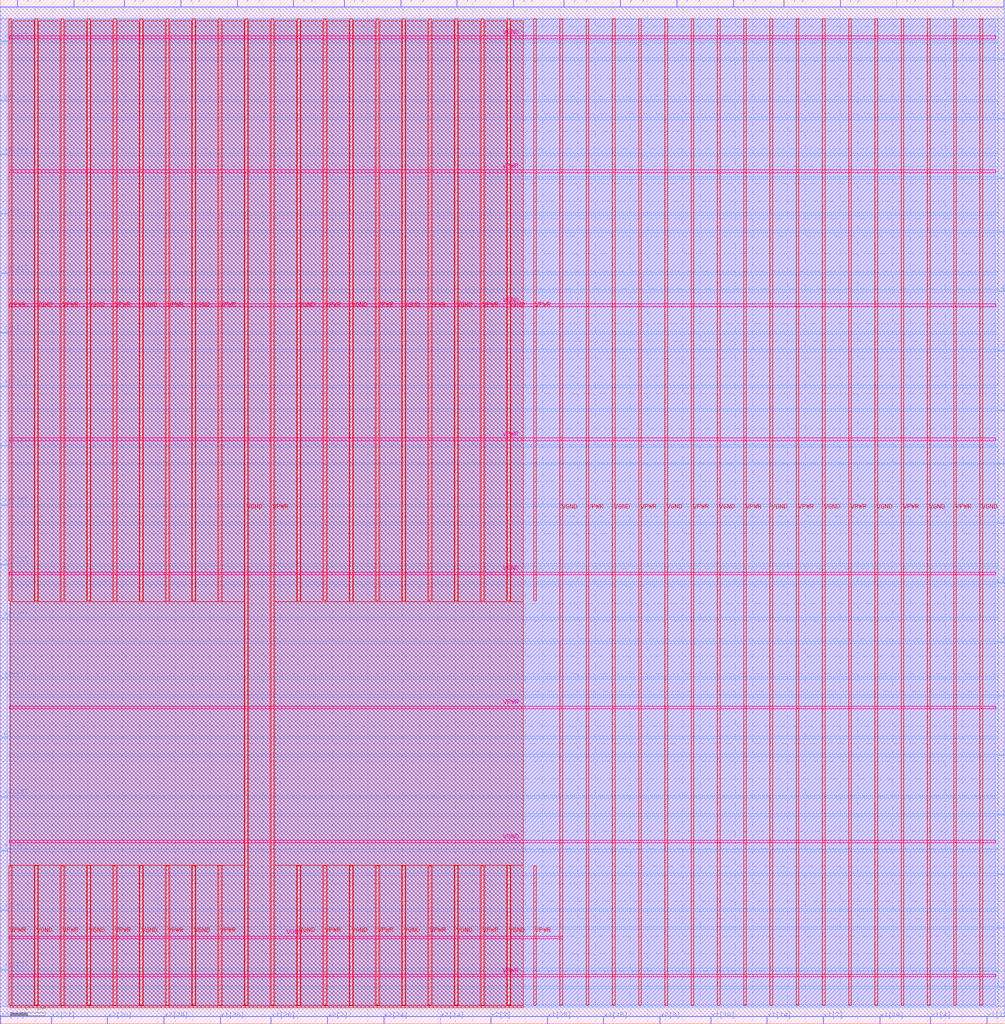
<source format=lef>
VERSION 5.7 ;
  NOWIREEXTENSIONATPIN ON ;
  DIVIDERCHAR "/" ;
  BUSBITCHARS "[]" ;
MACRO manual_macro_placement_test
  CLASS BLOCK ;
  FOREIGN manual_macro_placement_test ;
  ORIGIN 0.000 0.000 ;
  SIZE 574.200 BY 584.920 ;
  PIN VGND
    DIRECTION INOUT ;
    USE GROUND ;
    PORT
      LAYER met4 ;
        RECT 19.720 10.640 21.320 90.230 ;
    END
    PORT
      LAYER met4 ;
        RECT 19.720 241.630 21.320 574.160 ;
    END
    PORT
      LAYER met4 ;
        RECT 49.720 10.640 51.320 90.230 ;
    END
    PORT
      LAYER met4 ;
        RECT 49.720 241.630 51.320 574.160 ;
    END
    PORT
      LAYER met4 ;
        RECT 79.720 10.640 81.320 90.230 ;
    END
    PORT
      LAYER met4 ;
        RECT 79.720 241.630 81.320 574.160 ;
    END
    PORT
      LAYER met4 ;
        RECT 109.720 10.640 111.320 90.230 ;
    END
    PORT
      LAYER met4 ;
        RECT 109.720 241.630 111.320 574.160 ;
    END
    PORT
      LAYER met4 ;
        RECT 139.720 10.640 141.320 574.160 ;
    END
    PORT
      LAYER met4 ;
        RECT 169.720 10.640 171.320 90.230 ;
    END
    PORT
      LAYER met4 ;
        RECT 169.720 241.630 171.320 574.160 ;
    END
    PORT
      LAYER met4 ;
        RECT 199.720 10.640 201.320 90.230 ;
    END
    PORT
      LAYER met4 ;
        RECT 199.720 241.630 201.320 574.160 ;
    END
    PORT
      LAYER met4 ;
        RECT 229.720 10.640 231.320 90.230 ;
    END
    PORT
      LAYER met4 ;
        RECT 229.720 241.630 231.320 574.160 ;
    END
    PORT
      LAYER met4 ;
        RECT 259.720 10.640 261.320 90.230 ;
    END
    PORT
      LAYER met4 ;
        RECT 259.720 241.630 261.320 574.160 ;
    END
    PORT
      LAYER met4 ;
        RECT 289.720 10.640 291.320 90.230 ;
    END
    PORT
      LAYER met4 ;
        RECT 289.720 241.630 291.320 574.160 ;
    END
    PORT
      LAYER met4 ;
        RECT 319.720 10.640 321.320 574.160 ;
    END
    PORT
      LAYER met4 ;
        RECT 349.720 10.640 351.320 574.160 ;
    END
    PORT
      LAYER met4 ;
        RECT 379.720 10.640 381.320 574.160 ;
    END
    PORT
      LAYER met4 ;
        RECT 409.720 10.640 411.320 574.160 ;
    END
    PORT
      LAYER met4 ;
        RECT 439.720 10.640 441.320 574.160 ;
    END
    PORT
      LAYER met4 ;
        RECT 469.720 10.640 471.320 574.160 ;
    END
    PORT
      LAYER met4 ;
        RECT 499.720 10.640 501.320 574.160 ;
    END
    PORT
      LAYER met4 ;
        RECT 529.720 10.640 531.320 574.160 ;
    END
    PORT
      LAYER met4 ;
        RECT 559.720 10.640 561.320 574.160 ;
    END
    PORT
      LAYER met5 ;
        RECT 5.280 103.320 568.800 104.920 ;
    END
    PORT
      LAYER met5 ;
        RECT 5.280 256.500 568.800 258.100 ;
    END
    PORT
      LAYER met5 ;
        RECT 5.280 409.680 568.800 411.280 ;
    END
    PORT
      LAYER met5 ;
        RECT 5.280 562.860 568.800 564.460 ;
    END
    PORT
      LAYER met5 ;
        RECT 5.280 48.500 321.320 50.100 ;
    END
  END VGND
  PIN VPWR
    DIRECTION INOUT ;
    USE POWER ;
    PORT
      LAYER met4 ;
        RECT 4.720 10.640 6.320 90.230 ;
    END
    PORT
      LAYER met4 ;
        RECT 4.720 241.630 6.320 574.160 ;
    END
    PORT
      LAYER met4 ;
        RECT 34.720 10.640 36.320 90.230 ;
    END
    PORT
      LAYER met4 ;
        RECT 34.720 241.630 36.320 574.160 ;
    END
    PORT
      LAYER met4 ;
        RECT 64.720 10.640 66.320 90.230 ;
    END
    PORT
      LAYER met4 ;
        RECT 64.720 241.630 66.320 574.160 ;
    END
    PORT
      LAYER met4 ;
        RECT 94.720 10.640 96.320 90.230 ;
    END
    PORT
      LAYER met4 ;
        RECT 94.720 241.630 96.320 574.160 ;
    END
    PORT
      LAYER met4 ;
        RECT 124.720 10.640 126.320 90.230 ;
    END
    PORT
      LAYER met4 ;
        RECT 124.720 241.630 126.320 574.160 ;
    END
    PORT
      LAYER met4 ;
        RECT 154.720 10.640 156.320 574.160 ;
    END
    PORT
      LAYER met4 ;
        RECT 184.720 10.640 186.320 90.230 ;
    END
    PORT
      LAYER met4 ;
        RECT 184.720 241.630 186.320 574.160 ;
    END
    PORT
      LAYER met4 ;
        RECT 214.720 10.640 216.320 90.230 ;
    END
    PORT
      LAYER met4 ;
        RECT 214.720 241.630 216.320 574.160 ;
    END
    PORT
      LAYER met4 ;
        RECT 244.720 10.640 246.320 90.230 ;
    END
    PORT
      LAYER met4 ;
        RECT 244.720 241.630 246.320 574.160 ;
    END
    PORT
      LAYER met4 ;
        RECT 274.720 10.640 276.320 90.230 ;
    END
    PORT
      LAYER met4 ;
        RECT 274.720 241.630 276.320 574.160 ;
    END
    PORT
      LAYER met4 ;
        RECT 304.720 10.640 306.320 90.230 ;
    END
    PORT
      LAYER met4 ;
        RECT 304.720 241.630 306.320 574.160 ;
    END
    PORT
      LAYER met4 ;
        RECT 334.720 10.640 336.320 574.160 ;
    END
    PORT
      LAYER met4 ;
        RECT 364.720 10.640 366.320 574.160 ;
    END
    PORT
      LAYER met4 ;
        RECT 394.720 10.640 396.320 574.160 ;
    END
    PORT
      LAYER met4 ;
        RECT 424.720 10.640 426.320 574.160 ;
    END
    PORT
      LAYER met4 ;
        RECT 454.720 10.640 456.320 574.160 ;
    END
    PORT
      LAYER met4 ;
        RECT 484.720 10.640 486.320 574.160 ;
    END
    PORT
      LAYER met4 ;
        RECT 514.720 10.640 516.320 574.160 ;
    END
    PORT
      LAYER met4 ;
        RECT 544.720 10.640 546.320 574.160 ;
    END
    PORT
      LAYER met5 ;
        RECT 4.720 26.730 568.800 28.330 ;
    END
    PORT
      LAYER met5 ;
        RECT 4.720 333.090 568.800 334.690 ;
    END
    PORT
      LAYER met5 ;
        RECT 4.720 486.270 568.800 487.870 ;
    END
    PORT
      LAYER met5 ;
        RECT 5.280 179.910 568.800 181.510 ;
    END
  END VPWR
  PIN clk1
    DIRECTION INPUT ;
    USE SIGNAL ;
    PORT
      LAYER met3 ;
        RECT 0.000 394.440 4.000 395.040 ;
    END
  END clk1
  PIN clk2
    DIRECTION INPUT ;
    USE SIGNAL ;
    PORT
      LAYER met3 ;
        RECT 570.200 119.040 574.200 119.640 ;
    END
  END clk2
  PIN p1
    DIRECTION OUTPUT TRISTATE ;
    USE SIGNAL ;
    PORT
      LAYER met3 ;
        RECT 0.000 163.240 4.000 163.840 ;
    END
  END p1
  PIN p2
    DIRECTION OUTPUT TRISTATE ;
    USE SIGNAL ;
    PORT
      LAYER met3 ;
        RECT 570.200 418.240 574.200 418.840 ;
    END
  END p2
  PIN rst1
    DIRECTION INPUT ;
    USE SIGNAL ;
    PORT
      LAYER met3 ;
        RECT 0.000 462.440 4.000 463.040 ;
    END
  END rst1
  PIN rst2
    DIRECTION INPUT ;
    USE SIGNAL ;
    PORT
      LAYER met3 ;
        RECT 570.200 187.040 574.200 187.640 ;
    END
  END rst2
  PIN x1[0]
    DIRECTION INPUT ;
    USE SIGNAL ;
    PORT
      LAYER met2 ;
        RECT 41.950 580.920 42.230 584.920 ;
    END
  END x1[0]
  PIN x1[10]
    DIRECTION INPUT ;
    USE SIGNAL ;
    PORT
      LAYER met2 ;
        RECT 405.810 0.000 406.090 4.000 ;
    END
  END x1[10]
  PIN x1[11]
    DIRECTION INPUT ;
    USE SIGNAL ;
    PORT
      LAYER met3 ;
        RECT 570.200 350.240 574.200 350.840 ;
    END
  END x1[11]
  PIN x1[12]
    DIRECTION INPUT ;
    USE SIGNAL ;
    PORT
      LAYER met3 ;
        RECT 0.000 329.840 4.000 330.440 ;
    END
  END x1[12]
  PIN x1[13]
    DIRECTION INPUT ;
    USE SIGNAL ;
    PORT
      LAYER met3 ;
        RECT 570.200 54.440 574.200 55.040 ;
    END
  END x1[13]
  PIN x1[14]
    DIRECTION INPUT ;
    USE SIGNAL ;
    PORT
      LAYER met2 ;
        RECT 438.010 0.000 438.290 4.000 ;
    END
  END x1[14]
  PIN x1[15]
    DIRECTION INPUT ;
    USE SIGNAL ;
    PORT
      LAYER met2 ;
        RECT 344.630 0.000 344.910 4.000 ;
    END
  END x1[15]
  PIN x1[16]
    DIRECTION INPUT ;
    USE SIGNAL ;
    PORT
      LAYER met3 ;
        RECT 0.000 98.640 4.000 99.240 ;
    END
  END x1[16]
  PIN x1[17]
    DIRECTION INPUT ;
    USE SIGNAL ;
    PORT
      LAYER met2 ;
        RECT 563.590 0.000 563.870 4.000 ;
    END
  END x1[17]
  PIN x1[18]
    DIRECTION INPUT ;
    USE SIGNAL ;
    PORT
      LAYER met3 ;
        RECT 570.200 85.040 574.200 85.640 ;
    END
  END x1[18]
  PIN x1[19]
    DIRECTION INPUT ;
    USE SIGNAL ;
    PORT
      LAYER met2 ;
        RECT 502.410 0.000 502.690 4.000 ;
    END
  END x1[19]
  PIN x1[1]
    DIRECTION INPUT ;
    USE SIGNAL ;
    PORT
      LAYER met2 ;
        RECT 447.670 580.920 447.950 584.920 ;
    END
  END x1[1]
  PIN x1[20]
    DIRECTION INPUT ;
    USE SIGNAL ;
    PORT
      LAYER met2 ;
        RECT 418.690 580.920 418.970 584.920 ;
    END
  END x1[20]
  PIN x1[21]
    DIRECTION INPUT ;
    USE SIGNAL ;
    PORT
      LAYER met3 ;
        RECT 0.000 428.440 4.000 429.040 ;
    END
  END x1[21]
  PIN x1[22]
    DIRECTION INPUT ;
    USE SIGNAL ;
    PORT
      LAYER met3 ;
        RECT 570.200 384.240 574.200 384.840 ;
    END
  END x1[22]
  PIN x1[23]
    DIRECTION INPUT ;
    USE SIGNAL ;
    PORT
      LAYER met3 ;
        RECT 570.200 452.240 574.200 452.840 ;
    END
  END x1[23]
  PIN x1[24]
    DIRECTION INPUT ;
    USE SIGNAL ;
    PORT
      LAYER met3 ;
        RECT 0.000 496.440 4.000 497.040 ;
    END
  END x1[24]
  PIN x1[25]
    DIRECTION INPUT ;
    USE SIGNAL ;
    PORT
      LAYER met2 ;
        RECT 312.430 0.000 312.710 4.000 ;
    END
  END x1[25]
  PIN x1[26]
    DIRECTION INPUT ;
    USE SIGNAL ;
    PORT
      LAYER met2 ;
        RECT 154.650 0.000 154.930 4.000 ;
    END
  END x1[26]
  PIN x1[27]
    DIRECTION INPUT ;
    USE SIGNAL ;
    PORT
      LAYER met3 ;
        RECT 0.000 561.040 4.000 561.640 ;
    END
  END x1[27]
  PIN x1[28]
    DIRECTION INPUT ;
    USE SIGNAL ;
    PORT
      LAYER met3 ;
        RECT 0.000 30.640 4.000 31.240 ;
    END
  END x1[28]
  PIN x1[29]
    DIRECTION INPUT ;
    USE SIGNAL ;
    PORT
      LAYER met2 ;
        RECT 354.290 580.920 354.570 584.920 ;
    END
  END x1[29]
  PIN x1[2]
    DIRECTION INPUT ;
    USE SIGNAL ;
    PORT
      LAYER met2 ;
        RECT 103.130 580.920 103.410 584.920 ;
    END
  END x1[2]
  PIN x1[30]
    DIRECTION INPUT ;
    USE SIGNAL ;
    PORT
      LAYER met2 ;
        RECT 125.670 0.000 125.950 4.000 ;
    END
  END x1[30]
  PIN x1[31]
    DIRECTION INPUT ;
    USE SIGNAL ;
    PORT
      LAYER met2 ;
        RECT 228.710 580.920 228.990 584.920 ;
    END
  END x1[31]
  PIN x1[3]
    DIRECTION INPUT ;
    USE SIGNAL ;
    PORT
      LAYER met2 ;
        RECT 544.270 580.920 544.550 584.920 ;
    END
  END x1[3]
  PIN x1[4]
    DIRECTION INPUT ;
    USE SIGNAL ;
    PORT
      LAYER met2 ;
        RECT 531.390 0.000 531.670 4.000 ;
    END
  END x1[4]
  PIN x1[5]
    DIRECTION INPUT ;
    USE SIGNAL ;
    PORT
      LAYER met2 ;
        RECT 293.110 580.920 293.390 584.920 ;
    END
  END x1[5]
  PIN x1[6]
    DIRECTION INPUT ;
    USE SIGNAL ;
    PORT
      LAYER met2 ;
        RECT 573.250 580.920 573.530 584.920 ;
    END
  END x1[6]
  PIN x1[7]
    DIRECTION INPUT ;
    USE SIGNAL ;
    PORT
      LAYER met2 ;
        RECT 470.210 0.000 470.490 4.000 ;
    END
  END x1[7]
  PIN x1[8]
    DIRECTION INPUT ;
    USE SIGNAL ;
    PORT
      LAYER met2 ;
        RECT 260.910 580.920 261.190 584.920 ;
    END
  END x1[8]
  PIN x1[9]
    DIRECTION INPUT ;
    USE SIGNAL ;
    PORT
      LAYER met3 ;
        RECT 0.000 64.640 4.000 65.240 ;
    END
  END x1[9]
  PIN x2[0]
    DIRECTION INPUT ;
    USE SIGNAL ;
    PORT
      LAYER met3 ;
        RECT 570.200 153.040 574.200 153.640 ;
    END
  END x2[0]
  PIN x2[10]
    DIRECTION INPUT ;
    USE SIGNAL ;
    PORT
      LAYER met3 ;
        RECT 0.000 129.240 4.000 129.840 ;
    END
  END x2[10]
  PIN x2[11]
    DIRECTION INPUT ;
    USE SIGNAL ;
    PORT
      LAYER met3 ;
        RECT 570.200 217.640 574.200 218.240 ;
    END
  END x2[11]
  PIN x2[12]
    DIRECTION INPUT ;
    USE SIGNAL ;
    PORT
      LAYER met2 ;
        RECT 9.750 580.920 10.030 584.920 ;
    END
  END x2[12]
  PIN x2[13]
    DIRECTION INPUT ;
    USE SIGNAL ;
    PORT
      LAYER met2 ;
        RECT 386.490 580.920 386.770 584.920 ;
    END
  END x2[13]
  PIN x2[14]
    DIRECTION INPUT ;
    USE SIGNAL ;
    PORT
      LAYER met2 ;
        RECT 251.250 0.000 251.530 4.000 ;
    END
  END x2[14]
  PIN x2[15]
    DIRECTION INPUT ;
    USE SIGNAL ;
    PORT
      LAYER met2 ;
        RECT 0.090 0.000 0.370 4.000 ;
    END
  END x2[15]
  PIN x2[16]
    DIRECTION INPUT ;
    USE SIGNAL ;
    PORT
      LAYER met3 ;
        RECT 0.000 363.840 4.000 364.440 ;
    END
  END x2[16]
  PIN x2[17]
    DIRECTION INPUT ;
    USE SIGNAL ;
    PORT
      LAYER met2 ;
        RECT 322.090 580.920 322.370 584.920 ;
    END
  END x2[17]
  PIN x2[18]
    DIRECTION INPUT ;
    USE SIGNAL ;
    PORT
      LAYER met3 ;
        RECT 0.000 231.240 4.000 231.840 ;
    END
  END x2[18]
  PIN x2[19]
    DIRECTION INPUT ;
    USE SIGNAL ;
    PORT
      LAYER met3 ;
        RECT 570.200 550.840 574.200 551.440 ;
    END
  END x2[19]
  PIN x2[1]
    DIRECTION INPUT ;
    USE SIGNAL ;
    PORT
      LAYER met2 ;
        RECT 196.510 580.920 196.790 584.920 ;
    END
  END x2[1]
  PIN x2[20]
    DIRECTION INPUT ;
    USE SIGNAL ;
    PORT
      LAYER met2 ;
        RECT 61.270 0.000 61.550 4.000 ;
    END
  END x2[20]
  PIN x2[21]
    DIRECTION INPUT ;
    USE SIGNAL ;
    PORT
      LAYER met2 ;
        RECT 29.070 0.000 29.350 4.000 ;
    END
  END x2[21]
  PIN x2[22]
    DIRECTION INPUT ;
    USE SIGNAL ;
    PORT
      LAYER met3 ;
        RECT 570.200 516.840 574.200 517.440 ;
    END
  END x2[22]
  PIN x2[23]
    DIRECTION INPUT ;
    USE SIGNAL ;
    PORT
      LAYER met3 ;
        RECT 0.000 261.840 4.000 262.440 ;
    END
  END x2[23]
  PIN x2[24]
    DIRECTION INPUT ;
    USE SIGNAL ;
    PORT
      LAYER met2 ;
        RECT 219.050 0.000 219.330 4.000 ;
    END
  END x2[24]
  PIN x2[25]
    DIRECTION INPUT ;
    USE SIGNAL ;
    PORT
      LAYER met3 ;
        RECT 570.200 482.840 574.200 483.440 ;
    END
  END x2[25]
  PIN x2[26]
    DIRECTION INPUT ;
    USE SIGNAL ;
    PORT
      LAYER met3 ;
        RECT 570.200 20.440 574.200 21.040 ;
    END
  END x2[26]
  PIN x2[27]
    DIRECTION INPUT ;
    USE SIGNAL ;
    PORT
      LAYER met2 ;
        RECT 135.330 580.920 135.610 584.920 ;
    END
  END x2[27]
  PIN x2[28]
    DIRECTION INPUT ;
    USE SIGNAL ;
    PORT
      LAYER met3 ;
        RECT 570.200 285.640 574.200 286.240 ;
    END
  END x2[28]
  PIN x2[29]
    DIRECTION INPUT ;
    USE SIGNAL ;
    PORT
      LAYER met2 ;
        RECT 93.470 0.000 93.750 4.000 ;
    END
  END x2[29]
  PIN x2[2]
    DIRECTION INPUT ;
    USE SIGNAL ;
    PORT
      LAYER met2 ;
        RECT 186.850 0.000 187.130 4.000 ;
    END
  END x2[2]
  PIN x2[30]
    DIRECTION INPUT ;
    USE SIGNAL ;
    PORT
      LAYER met3 ;
        RECT 0.000 295.840 4.000 296.440 ;
    END
  END x2[30]
  PIN x2[31]
    DIRECTION INPUT ;
    USE SIGNAL ;
    PORT
      LAYER met3 ;
        RECT 570.200 319.640 574.200 320.240 ;
    END
  END x2[31]
  PIN x2[3]
    DIRECTION INPUT ;
    USE SIGNAL ;
    PORT
      LAYER met2 ;
        RECT 280.230 0.000 280.510 4.000 ;
    END
  END x2[3]
  PIN x2[4]
    DIRECTION INPUT ;
    USE SIGNAL ;
    PORT
      LAYER met2 ;
        RECT 512.070 580.920 512.350 584.920 ;
    END
  END x2[4]
  PIN x2[5]
    DIRECTION INPUT ;
    USE SIGNAL ;
    PORT
      LAYER met2 ;
        RECT 479.870 580.920 480.150 584.920 ;
    END
  END x2[5]
  PIN x2[6]
    DIRECTION INPUT ;
    USE SIGNAL ;
    PORT
      LAYER met2 ;
        RECT 70.930 580.920 71.210 584.920 ;
    END
  END x2[6]
  PIN x2[7]
    DIRECTION INPUT ;
    USE SIGNAL ;
    PORT
      LAYER met2 ;
        RECT 167.530 580.920 167.810 584.920 ;
    END
  END x2[7]
  PIN x2[8]
    DIRECTION INPUT ;
    USE SIGNAL ;
    PORT
      LAYER met2 ;
        RECT 376.830 0.000 377.110 4.000 ;
    END
  END x2[8]
  PIN x2[9]
    DIRECTION INPUT ;
    USE SIGNAL ;
    PORT
      LAYER met3 ;
        RECT 0.000 197.240 4.000 197.840 ;
    END
  END x2[9]
  PIN y1
    DIRECTION INPUT ;
    USE SIGNAL ;
    PORT
      LAYER met3 ;
        RECT 0.000 527.040 4.000 527.640 ;
    END
  END y1
  PIN y2
    DIRECTION INPUT ;
    USE SIGNAL ;
    PORT
      LAYER met3 ;
        RECT 570.200 251.640 574.200 252.240 ;
    END
  END y2
  OBS
      LAYER li1 ;
        RECT 5.520 10.795 568.560 574.005 ;
      LAYER met1 ;
        RECT 0.070 9.900 573.550 574.160 ;
      LAYER met2 ;
        RECT 0.100 580.640 9.470 580.920 ;
        RECT 10.310 580.640 41.670 580.920 ;
        RECT 42.510 580.640 70.650 580.920 ;
        RECT 71.490 580.640 102.850 580.920 ;
        RECT 103.690 580.640 135.050 580.920 ;
        RECT 135.890 580.640 167.250 580.920 ;
        RECT 168.090 580.640 196.230 580.920 ;
        RECT 197.070 580.640 228.430 580.920 ;
        RECT 229.270 580.640 260.630 580.920 ;
        RECT 261.470 580.640 292.830 580.920 ;
        RECT 293.670 580.640 321.810 580.920 ;
        RECT 322.650 580.640 354.010 580.920 ;
        RECT 354.850 580.640 386.210 580.920 ;
        RECT 387.050 580.640 418.410 580.920 ;
        RECT 419.250 580.640 447.390 580.920 ;
        RECT 448.230 580.640 479.590 580.920 ;
        RECT 480.430 580.640 511.790 580.920 ;
        RECT 512.630 580.640 543.990 580.920 ;
        RECT 544.830 580.640 572.970 580.920 ;
        RECT 0.100 4.280 573.520 580.640 ;
        RECT 0.650 4.000 28.790 4.280 ;
        RECT 29.630 4.000 60.990 4.280 ;
        RECT 61.830 4.000 93.190 4.280 ;
        RECT 94.030 4.000 125.390 4.280 ;
        RECT 126.230 4.000 154.370 4.280 ;
        RECT 155.210 4.000 186.570 4.280 ;
        RECT 187.410 4.000 218.770 4.280 ;
        RECT 219.610 4.000 250.970 4.280 ;
        RECT 251.810 4.000 279.950 4.280 ;
        RECT 280.790 4.000 312.150 4.280 ;
        RECT 312.990 4.000 344.350 4.280 ;
        RECT 345.190 4.000 376.550 4.280 ;
        RECT 377.390 4.000 405.530 4.280 ;
        RECT 406.370 4.000 437.730 4.280 ;
        RECT 438.570 4.000 469.930 4.280 ;
        RECT 470.770 4.000 502.130 4.280 ;
        RECT 502.970 4.000 531.110 4.280 ;
        RECT 531.950 4.000 563.310 4.280 ;
        RECT 564.150 4.000 573.520 4.280 ;
      LAYER met3 ;
        RECT 3.990 562.040 570.200 574.085 ;
        RECT 4.400 560.640 570.200 562.040 ;
        RECT 3.990 551.840 570.200 560.640 ;
        RECT 3.990 550.440 569.800 551.840 ;
        RECT 3.990 528.040 570.200 550.440 ;
        RECT 4.400 526.640 570.200 528.040 ;
        RECT 3.990 517.840 570.200 526.640 ;
        RECT 3.990 516.440 569.800 517.840 ;
        RECT 3.990 497.440 570.200 516.440 ;
        RECT 4.400 496.040 570.200 497.440 ;
        RECT 3.990 483.840 570.200 496.040 ;
        RECT 3.990 482.440 569.800 483.840 ;
        RECT 3.990 463.440 570.200 482.440 ;
        RECT 4.400 462.040 570.200 463.440 ;
        RECT 3.990 453.240 570.200 462.040 ;
        RECT 3.990 451.840 569.800 453.240 ;
        RECT 3.990 429.440 570.200 451.840 ;
        RECT 4.400 428.040 570.200 429.440 ;
        RECT 3.990 419.240 570.200 428.040 ;
        RECT 3.990 417.840 569.800 419.240 ;
        RECT 3.990 395.440 570.200 417.840 ;
        RECT 4.400 394.040 570.200 395.440 ;
        RECT 3.990 385.240 570.200 394.040 ;
        RECT 3.990 383.840 569.800 385.240 ;
        RECT 3.990 364.840 570.200 383.840 ;
        RECT 4.400 363.440 570.200 364.840 ;
        RECT 3.990 351.240 570.200 363.440 ;
        RECT 3.990 349.840 569.800 351.240 ;
        RECT 3.990 330.840 570.200 349.840 ;
        RECT 4.400 329.440 570.200 330.840 ;
        RECT 3.990 320.640 570.200 329.440 ;
        RECT 3.990 319.240 569.800 320.640 ;
        RECT 3.990 296.840 570.200 319.240 ;
        RECT 4.400 295.440 570.200 296.840 ;
        RECT 3.990 286.640 570.200 295.440 ;
        RECT 3.990 285.240 569.800 286.640 ;
        RECT 3.990 262.840 570.200 285.240 ;
        RECT 4.400 261.440 570.200 262.840 ;
        RECT 3.990 252.640 570.200 261.440 ;
        RECT 3.990 251.240 569.800 252.640 ;
        RECT 3.990 232.240 570.200 251.240 ;
        RECT 4.400 230.840 570.200 232.240 ;
        RECT 3.990 218.640 570.200 230.840 ;
        RECT 3.990 217.240 569.800 218.640 ;
        RECT 3.990 198.240 570.200 217.240 ;
        RECT 4.400 196.840 570.200 198.240 ;
        RECT 3.990 188.040 570.200 196.840 ;
        RECT 3.990 186.640 569.800 188.040 ;
        RECT 3.990 164.240 570.200 186.640 ;
        RECT 4.400 162.840 570.200 164.240 ;
        RECT 3.990 154.040 570.200 162.840 ;
        RECT 3.990 152.640 569.800 154.040 ;
        RECT 3.990 130.240 570.200 152.640 ;
        RECT 4.400 128.840 570.200 130.240 ;
        RECT 3.990 120.040 570.200 128.840 ;
        RECT 3.990 118.640 569.800 120.040 ;
        RECT 3.990 99.640 570.200 118.640 ;
        RECT 4.400 98.240 570.200 99.640 ;
        RECT 3.990 86.040 570.200 98.240 ;
        RECT 3.990 84.640 569.800 86.040 ;
        RECT 3.990 65.640 570.200 84.640 ;
        RECT 4.400 64.240 570.200 65.640 ;
        RECT 3.990 55.440 570.200 64.240 ;
        RECT 3.990 54.040 569.800 55.440 ;
        RECT 3.990 31.640 570.200 54.040 ;
        RECT 4.400 30.240 570.200 31.640 ;
        RECT 3.990 21.440 570.200 30.240 ;
        RECT 3.990 20.040 569.800 21.440 ;
        RECT 3.990 9.015 570.200 20.040 ;
      LAYER met4 ;
        RECT 6.720 241.230 19.320 573.065 ;
        RECT 21.720 241.230 34.320 573.065 ;
        RECT 36.720 241.230 49.320 573.065 ;
        RECT 51.720 241.230 64.320 573.065 ;
        RECT 66.720 241.230 79.320 573.065 ;
        RECT 81.720 241.230 94.320 573.065 ;
        RECT 96.720 241.230 109.320 573.065 ;
        RECT 111.720 241.230 124.320 573.065 ;
        RECT 126.720 241.230 139.320 573.065 ;
        RECT 5.830 90.630 139.320 241.230 ;
        RECT 6.720 10.240 19.320 90.630 ;
        RECT 21.720 10.240 34.320 90.630 ;
        RECT 36.720 10.240 49.320 90.630 ;
        RECT 51.720 10.240 64.320 90.630 ;
        RECT 66.720 10.240 79.320 90.630 ;
        RECT 81.720 10.240 94.320 90.630 ;
        RECT 96.720 10.240 109.320 90.630 ;
        RECT 111.720 10.240 124.320 90.630 ;
        RECT 126.720 10.240 139.320 90.630 ;
        RECT 141.720 10.240 154.320 573.065 ;
        RECT 156.720 241.230 169.320 573.065 ;
        RECT 171.720 241.230 184.320 573.065 ;
        RECT 186.720 241.230 199.320 573.065 ;
        RECT 201.720 241.230 214.320 573.065 ;
        RECT 216.720 241.230 229.320 573.065 ;
        RECT 231.720 241.230 244.320 573.065 ;
        RECT 246.720 241.230 259.320 573.065 ;
        RECT 261.720 241.230 274.320 573.065 ;
        RECT 276.720 241.230 289.320 573.065 ;
        RECT 291.720 241.230 298.705 573.065 ;
        RECT 156.720 90.630 298.705 241.230 ;
        RECT 156.720 10.240 169.320 90.630 ;
        RECT 171.720 10.240 184.320 90.630 ;
        RECT 186.720 10.240 199.320 90.630 ;
        RECT 201.720 10.240 214.320 90.630 ;
        RECT 216.720 10.240 229.320 90.630 ;
        RECT 231.720 10.240 244.320 90.630 ;
        RECT 246.720 10.240 259.320 90.630 ;
        RECT 261.720 10.240 274.320 90.630 ;
        RECT 276.720 10.240 289.320 90.630 ;
        RECT 291.720 10.240 298.705 90.630 ;
        RECT 5.830 9.015 298.705 10.240 ;
  END
END manual_macro_placement_test
END LIBRARY


</source>
